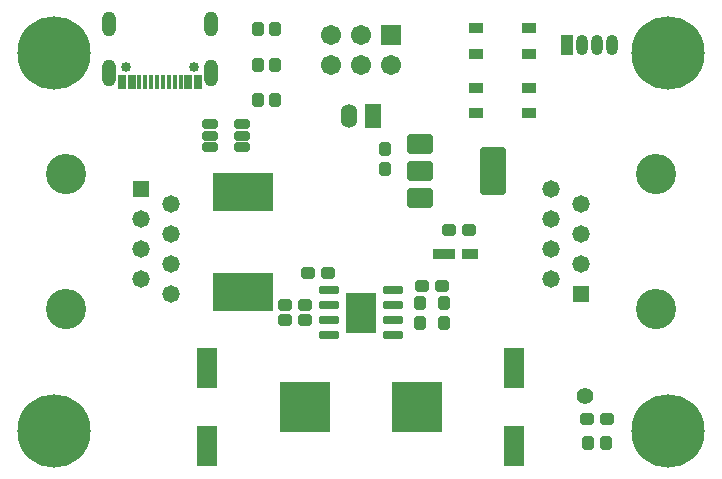
<source format=gts>
G04*
G04 #@! TF.GenerationSoftware,Altium Limited,Altium Designer,23.4.1 (23)*
G04*
G04 Layer_Color=8388736*
%FSLAX44Y44*%
%MOMM*%
G71*
G04*
G04 #@! TF.SameCoordinates,A304BC4D-9FB2-49B5-AC17-4625EE1BC2B7*
G04*
G04*
G04 #@! TF.FilePolarity,Negative*
G04*
G01*
G75*
%ADD37R,1.8542X0.9398*%
%ADD38R,1.3208X0.8128*%
G04:AMPARAMS|DCode=50|XSize=1.7032mm|YSize=2.2032mm|CornerRadius=0.2891mm|HoleSize=0mm|Usage=FLASHONLY|Rotation=270.000|XOffset=0mm|YOffset=0mm|HoleType=Round|Shape=RoundedRectangle|*
%AMROUNDEDRECTD50*
21,1,1.7032,1.6250,0,0,270.0*
21,1,1.1250,2.2032,0,0,270.0*
1,1,0.5782,-0.8125,-0.5625*
1,1,0.5782,-0.8125,0.5625*
1,1,0.5782,0.8125,0.5625*
1,1,0.5782,0.8125,-0.5625*
%
%ADD50ROUNDEDRECTD50*%
G04:AMPARAMS|DCode=51|XSize=4.0032mm|YSize=2.2032mm|CornerRadius=0.1516mm|HoleSize=0mm|Usage=FLASHONLY|Rotation=270.000|XOffset=0mm|YOffset=0mm|HoleType=Round|Shape=RoundedRectangle|*
%AMROUNDEDRECTD51*
21,1,4.0032,1.9000,0,0,270.0*
21,1,3.7000,2.2032,0,0,270.0*
1,1,0.3032,-0.9500,-1.8500*
1,1,0.3032,-0.9500,1.8500*
1,1,0.3032,0.9500,1.8500*
1,1,0.3032,0.9500,-1.8500*
%
%ADD51ROUNDEDRECTD51*%
G04:AMPARAMS|DCode=52|XSize=0.8032mm|YSize=1.3032mm|CornerRadius=0.1466mm|HoleSize=0mm|Usage=FLASHONLY|Rotation=90.000|XOffset=0mm|YOffset=0mm|HoleType=Round|Shape=RoundedRectangle|*
%AMROUNDEDRECTD52*
21,1,0.8032,1.0100,0,0,90.0*
21,1,0.5100,1.3032,0,0,90.0*
1,1,0.2932,0.5050,0.2550*
1,1,0.2932,0.5050,-0.2550*
1,1,0.2932,-0.5050,-0.2550*
1,1,0.2932,-0.5050,0.2550*
%
%ADD52ROUNDEDRECTD52*%
G04:AMPARAMS|DCode=53|XSize=1.1032mm|YSize=1.0032mm|CornerRadius=0.1616mm|HoleSize=0mm|Usage=FLASHONLY|Rotation=180.000|XOffset=0mm|YOffset=0mm|HoleType=Round|Shape=RoundedRectangle|*
%AMROUNDEDRECTD53*
21,1,1.1032,0.6800,0,0,180.0*
21,1,0.7800,1.0032,0,0,180.0*
1,1,0.3232,-0.3900,0.3400*
1,1,0.3232,0.3900,0.3400*
1,1,0.3232,0.3900,-0.3400*
1,1,0.3232,-0.3900,-0.3400*
%
%ADD53ROUNDEDRECTD53*%
G04:AMPARAMS|DCode=54|XSize=1.1032mm|YSize=1.0032mm|CornerRadius=0.1616mm|HoleSize=0mm|Usage=FLASHONLY|Rotation=270.000|XOffset=0mm|YOffset=0mm|HoleType=Round|Shape=RoundedRectangle|*
%AMROUNDEDRECTD54*
21,1,1.1032,0.6800,0,0,270.0*
21,1,0.7800,1.0032,0,0,270.0*
1,1,0.3232,-0.3400,-0.3900*
1,1,0.3232,-0.3400,0.3900*
1,1,0.3232,0.3400,0.3900*
1,1,0.3232,0.3400,-0.3900*
%
%ADD54ROUNDEDRECTD54*%
G04:AMPARAMS|DCode=55|XSize=0.7366mm|YSize=1.7032mm|CornerRadius=0.1683mm|HoleSize=0mm|Usage=FLASHONLY|Rotation=90.000|XOffset=0mm|YOffset=0mm|HoleType=Round|Shape=RoundedRectangle|*
%AMROUNDEDRECTD55*
21,1,0.7366,1.3667,0,0,90.0*
21,1,0.4001,1.7032,0,0,90.0*
1,1,0.3366,0.6833,0.2000*
1,1,0.3366,0.6833,-0.2000*
1,1,0.3366,-0.6833,-0.2000*
1,1,0.3366,-0.6833,0.2000*
%
%ADD55ROUNDEDRECTD55*%
%ADD56R,2.6032X3.4032*%
%ADD57R,5.2032X3.2032*%
%ADD58R,1.7018X3.5052*%
%ADD59R,4.3032X4.3032*%
G04:AMPARAMS|DCode=60|XSize=1.0032mm|YSize=1.1032mm|CornerRadius=0.1616mm|HoleSize=0mm|Usage=FLASHONLY|Rotation=0.000|XOffset=0mm|YOffset=0mm|HoleType=Round|Shape=RoundedRectangle|*
%AMROUNDEDRECTD60*
21,1,1.0032,0.7800,0,0,0.0*
21,1,0.6800,1.1032,0,0,0.0*
1,1,0.3232,0.3400,-0.3900*
1,1,0.3232,-0.3400,-0.3900*
1,1,0.3232,-0.3400,0.3900*
1,1,0.3232,0.3400,0.3900*
%
%ADD60ROUNDEDRECTD60*%
%ADD61R,0.7600X1.3100*%
%ADD62R,0.4600X1.3100*%
%ADD63O,1.0032X1.7032*%
%ADD64R,1.0032X1.7032*%
%ADD65R,1.1938X0.9144*%
%ADD66C,1.4032*%
%ADD67R,1.4032X2.0032*%
%ADD68O,1.4032X2.0032*%
%ADD69R,1.4712X1.4712*%
%ADD70C,1.4712*%
%ADD71C,3.4032*%
%ADD72C,1.7032*%
%ADD73R,1.7032X1.7032*%
%ADD74C,0.8532*%
%ADD75O,1.2032X2.1032*%
%ADD76O,1.2032X2.3032*%
%ADD77C,6.2032*%
D37*
X370221Y190000D02*
D03*
D38*
X392446D02*
D03*
D50*
X350000Y260000D02*
D03*
Y283000D02*
D03*
Y237000D02*
D03*
D51*
X412000Y260000D02*
D03*
D52*
X172500Y299500D02*
D03*
Y290000D02*
D03*
Y280500D02*
D03*
X199500D02*
D03*
Y290000D02*
D03*
Y299500D02*
D03*
D53*
X374500Y210000D02*
D03*
X391500D02*
D03*
X368500Y163000D02*
D03*
X351500D02*
D03*
X272500Y174000D02*
D03*
X255500D02*
D03*
X252500Y147000D02*
D03*
X235500D02*
D03*
X252500Y134000D02*
D03*
X235500D02*
D03*
X508500Y50000D02*
D03*
X491500D02*
D03*
D54*
X350000Y148500D02*
D03*
Y131500D02*
D03*
X370000D02*
D03*
Y148500D02*
D03*
X320000Y261500D02*
D03*
Y278500D02*
D03*
D55*
X327000Y133651D02*
D03*
Y146351D02*
D03*
Y159051D02*
D03*
Y120951D02*
D03*
X273000D02*
D03*
Y133651D02*
D03*
Y146351D02*
D03*
Y159051D02*
D03*
D56*
X300000Y140000D02*
D03*
D57*
X200000Y242000D02*
D03*
Y158000D02*
D03*
D58*
X170000Y26980D02*
D03*
Y93020D02*
D03*
X430000D02*
D03*
Y26980D02*
D03*
D59*
X347500Y60000D02*
D03*
X252500D02*
D03*
D60*
X227500Y320000D02*
D03*
X212500D02*
D03*
X227500Y350000D02*
D03*
X212500D02*
D03*
X227500Y380000D02*
D03*
X212500D02*
D03*
X507500Y30000D02*
D03*
X492500D02*
D03*
D61*
X98001Y335186D02*
D03*
X106000D02*
D03*
X154001D02*
D03*
X161999D02*
D03*
D62*
X117501D02*
D03*
X122499D02*
D03*
X127500D02*
D03*
X132499D02*
D03*
X137500D02*
D03*
X142499D02*
D03*
X147501D02*
D03*
X112500D02*
D03*
D63*
X512700Y367000D02*
D03*
X500000D02*
D03*
X487300D02*
D03*
D64*
X474600Y367000D02*
D03*
D65*
X442500Y309250D02*
D03*
X397500D02*
D03*
X442500Y330750D02*
D03*
X397500D02*
D03*
Y380750D02*
D03*
X442500D02*
D03*
X397500Y359250D02*
D03*
X442500D02*
D03*
D66*
X490000Y70000D02*
D03*
D67*
X310000Y307000D02*
D03*
D68*
X290000D02*
D03*
D69*
X486500Y155550D02*
D03*
X113500Y244450D02*
D03*
D70*
X461100Y168250D02*
D03*
X486500Y180950D02*
D03*
X461100Y193650D02*
D03*
X486500Y206350D02*
D03*
X461100Y219050D02*
D03*
X486500Y231750D02*
D03*
X461100Y244450D02*
D03*
X138900Y155550D02*
D03*
X113500Y168250D02*
D03*
X138900Y180950D02*
D03*
X113500Y193650D02*
D03*
X138900Y206350D02*
D03*
X113500Y219050D02*
D03*
X138900Y231750D02*
D03*
D71*
X550000Y142850D02*
D03*
Y257150D02*
D03*
X50000Y142850D02*
D03*
Y257150D02*
D03*
D72*
X300000Y375400D02*
D03*
X274600Y375400D02*
D03*
X274600Y350000D02*
D03*
X300000D02*
D03*
X325400D02*
D03*
D73*
X325400Y375400D02*
D03*
D74*
X101099Y347813D02*
D03*
X158899D02*
D03*
D75*
X86749Y384814D02*
D03*
X173251D02*
D03*
D76*
X86749Y342814D02*
D03*
X173251D02*
D03*
D77*
X560000Y40000D02*
D03*
X559999Y360000D02*
D03*
X40000Y40000D02*
D03*
Y360000D02*
D03*
M02*

</source>
